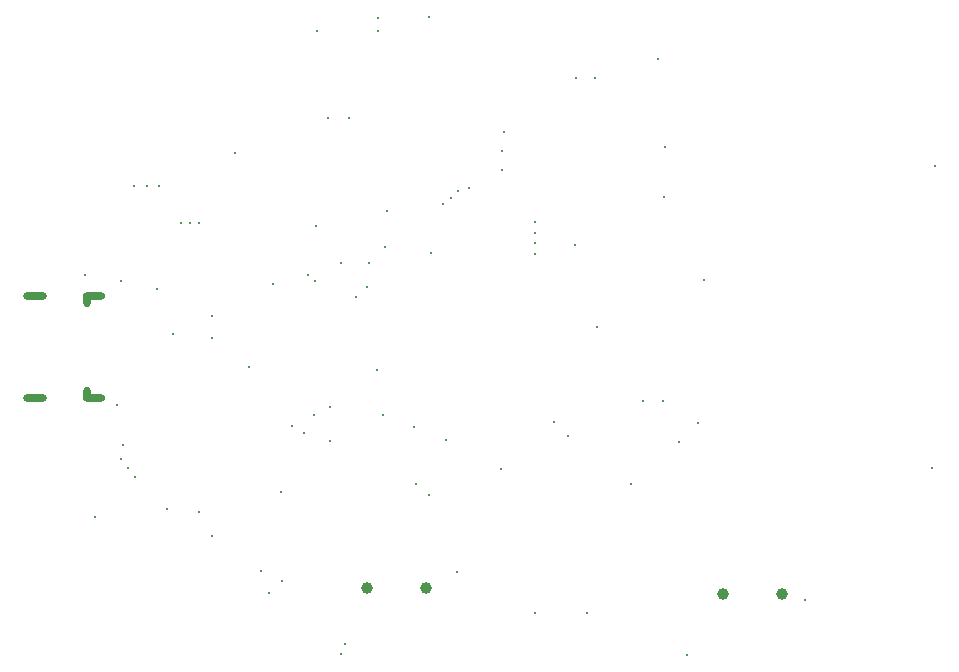
<source format=gbr>
%TF.GenerationSoftware,Altium Limited,Altium Designer,25.3.3 (18)*%
G04 Layer_Color=0*
%FSLAX45Y45*%
%MOMM*%
%TF.SameCoordinates,C60B5D50-6102-498E-8A7F-52ABF2EF578F*%
%TF.FilePolarity,Positive*%
%TF.FileFunction,Plated,1,4,PTH,Drill*%
%TF.Part,Single*%
G01*
G75*
%TA.AperFunction,ComponentDrill*%
%ADD100O,0.60000X1.25000*%
%ADD101O,2.00000X0.70000*%
%ADD102O,1.90000X0.60000*%
%ADD103C,0.99060*%
%TA.AperFunction,ViaDrill,NotFilled*%
%ADD104C,0.25000*%
%ADD105C,0.30000*%
%ADD106C,0.20000*%
D100*
X6452500Y7895000D02*
D03*
X6452500Y7096000D02*
D03*
D101*
X6012500Y7063500D02*
D03*
Y7927500D02*
D03*
D102*
X6517500D02*
D03*
Y7063500D02*
D03*
D103*
X12340190Y5407500D02*
D03*
X11839810D02*
D03*
X9322690Y5455000D02*
D03*
X8822310D02*
D03*
D104*
X8640000Y4977500D02*
D03*
X8602500Y4897500D02*
D03*
X8827500Y8006992D02*
D03*
X7047500Y7990000D02*
D03*
X13612500Y6467500D02*
D03*
X11677500Y8067500D02*
D03*
X7402500Y6097500D02*
D03*
X7517500Y5895000D02*
D03*
X8000000Y5410000D02*
D03*
X8102500Y5517500D02*
D03*
X6525000Y6057500D02*
D03*
X7510804Y7571696D02*
D03*
X7510000Y7755000D02*
D03*
X11340000Y8767500D02*
D03*
X11347500Y9192500D02*
D03*
X13637500Y9025000D02*
D03*
X6860000Y6397500D02*
D03*
X6805000Y6475000D02*
D03*
X6747500Y6545000D02*
D03*
X6757500Y6665000D02*
D03*
X8101317Y6266183D02*
D03*
X7930000Y5597500D02*
D03*
X9347500Y6242500D02*
D03*
X9245000Y6340000D02*
D03*
X11465000Y6687500D02*
D03*
X11627500Y6852500D02*
D03*
X8030000Y8032500D02*
D03*
X8607500Y8205000D02*
D03*
X8515000Y6985000D02*
D03*
X8510000Y6700000D02*
D03*
X8730000Y7920000D02*
D03*
X9220000Y6822500D02*
D03*
X8910000Y7302500D02*
D03*
X8965000Y6917500D02*
D03*
X8380000D02*
D03*
X8295000Y6765000D02*
D03*
X8195000Y6830000D02*
D03*
X7062500Y8857500D02*
D03*
X6962500Y8860000D02*
D03*
X6855000Y8857500D02*
D03*
X10248462Y8553462D02*
D03*
X8392500Y8522500D02*
D03*
X7830000Y7330000D02*
D03*
X10245000Y8377500D02*
D03*
X10247500Y8462500D02*
D03*
X9690000Y8842500D02*
D03*
X9599186Y8813315D02*
D03*
X9534676Y8760324D02*
D03*
X9467340Y8710160D02*
D03*
X9365000Y8290000D02*
D03*
X8920000Y10170000D02*
D03*
X8980000Y8345000D02*
D03*
X8842500Y8207500D02*
D03*
X10755000Y9775000D02*
D03*
X10600000Y9777500D02*
D03*
X9962500Y6460000D02*
D03*
X9498297Y6711702D02*
D03*
X9585000Y5590000D02*
D03*
X7712500Y9140000D02*
D03*
X8920000Y10285000D02*
D03*
X8400000Y10167500D02*
D03*
X9347500Y10290000D02*
D03*
X9982500Y9317500D02*
D03*
X11292500Y9932500D02*
D03*
X10772500Y7665000D02*
D03*
X10247500Y8287500D02*
D03*
X10585000Y8357500D02*
D03*
X8997500Y8647500D02*
D03*
X10405962Y6860962D02*
D03*
X10527500Y6742500D02*
D03*
X12535000Y5357500D02*
D03*
X11535000Y4892500D02*
D03*
X10687500Y5247500D02*
D03*
X10245000Y5240000D02*
D03*
X7130000Y6127500D02*
D03*
X11165000Y7040000D02*
D03*
X11332500Y7035000D02*
D03*
X11065000Y6337500D02*
D03*
X6435000Y8102500D02*
D03*
X6712500Y7007500D02*
D03*
X6742500Y8052500D02*
D03*
X7180000Y7607500D02*
D03*
X9967424Y9152500D02*
D03*
X9967500Y8997500D02*
D03*
X8670000Y9435049D02*
D03*
X8492500Y9437362D02*
D03*
D105*
X8326716Y8108284D02*
D03*
X8383284Y8051716D02*
D03*
D106*
X7325000Y8542500D02*
D03*
X7400000D02*
D03*
X7249999D02*
D03*
%TF.MD5,257ef59eb401db46971802274a144ede*%
M02*

</source>
